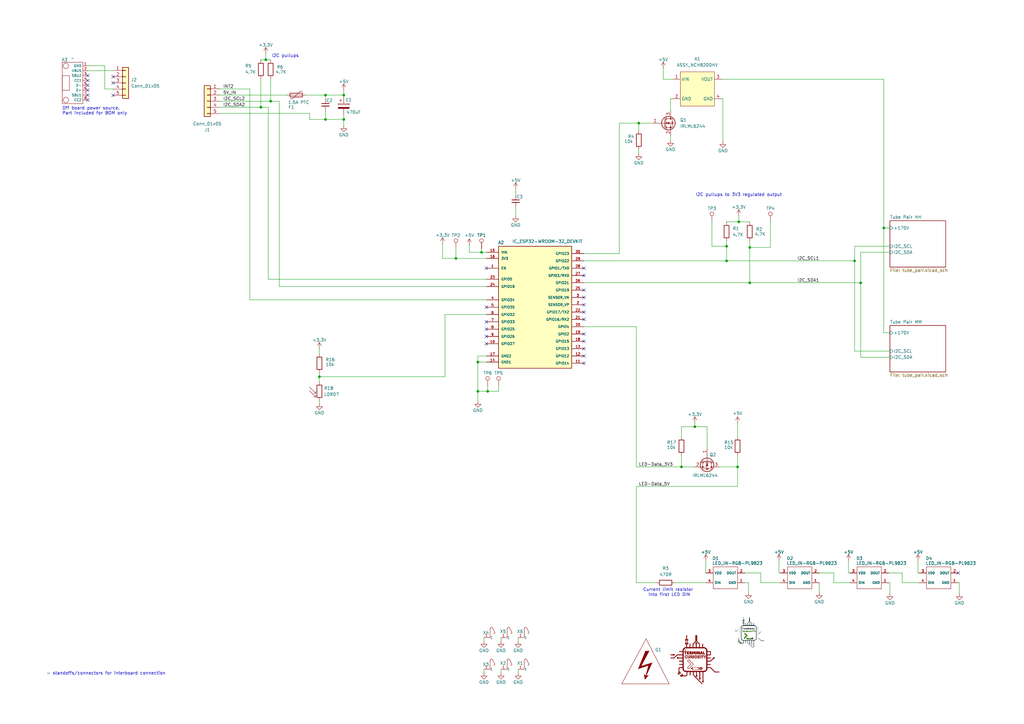
<source format=kicad_sch>
(kicad_sch (version 20250114) (generator "eeschema") (generator_version "9.0")
  (paper "A3")
  (title_block (title "NixieClock") (date "2023-08-22") (rev "01") (company "Terminal Curiosity"))
  (lib_symbols
    (symbol "Connector:TestPoint" (pin_numbers (hide yes)) (pin_names (offset 0.762) (hide yes))
      (property "Reference" "TP" (at 0 6.858 0))
      (property "Value" "TestPoint" (at 0 5.08 0))
      (symbol "TestPoint_1_1"
        (pin passive line (at 0 0 90) (length 2.54) (name "1") (number "1"))
      )
    )
    (symbol "Connector_Generic:Conn_01x05" (pin_names (offset 1.016) (hide yes))
      (property "Reference" "J" (at 0 7.62 0))
      (property "Value" "Conn_01x05" (at 0 -7.62 0))
      (symbol "Conn_01x05_1_1"
        (pin passive line (at -5.08 5.08 0) (length 3.81) (name "Pin_1") (number "1"))
        (pin passive line (at -5.08 2.54 0) (length 3.81) (name "Pin_2") (number "2"))
        (pin passive line (at -5.08 0 0) (length 3.81) (name "Pin_3") (number "3"))
        (pin passive line (at -5.08 -2.54 0) (length 3.81) (name "Pin_4") (number "4"))
        (pin passive line (at -5.08 -5.08 0) (length 3.81) (name "Pin_5") (number "5"))
      )
    )
    (symbol "Device:C_Polarized" (pin_numbers (hide yes)) (pin_names (offset 0.254))
      (property "Reference" "C" (at 0.635 2.54 0))
      (property "Value" "C_Polarized" (at 0.635 -2.54 0))
      (symbol "C_Polarized_1_1"
        (pin passive line (at 0 3.81 270) (length 2.794) (name "~") (number "1"))
        (pin passive line (at 0 -3.81 90) (length 2.794) (name "~") (number "2"))
      )
    )
    (symbol "Device:C_Small" (pin_numbers (hide yes)) (pin_names (offset 0.254) (hide yes))
      (property "Reference" "C" (at 0.254 1.778 0))
      (property "Value" "C_Small" (at 0.254 -2.032 0))
      (symbol "C_Small_1_1"
        (pin passive line (at 0 2.54 270) (length 2.032) (name "~") (number "1"))
        (pin passive line (at 0 -2.54 90) (length 2.032) (name "~") (number "2"))
      )
    )
    (symbol "Device:Polyfuse" (pin_numbers (hide yes)) (pin_names (offset 0))
      (property "Reference" "F" (at -2.54 0 90))
      (property "Value" "Polyfuse" (at 2.54 0 90))
      (symbol "Polyfuse_1_1"
        (pin passive line (at 0 3.81 270) (length 1.27) (name "~") (number "1"))
        (pin passive line (at 0 -3.81 90) (length 1.27) (name "~") (number "2"))
      )
    )
    (symbol "Device:R" (pin_numbers (hide yes)) (pin_names (offset 0))
      (property "Reference" "R" (at 2.032 0 90))
      (property "Value" "R" (at 0 0 90))
      (symbol "R_1_1"
        (pin passive line (at 0 3.81 270) (length 1.27) (name "~") (number "1"))
        (pin passive line (at 0 -3.81 90) (length 1.27) (name "~") (number "2"))
      )
    )
    (symbol "Sensor_Optical:LDR07" (pin_numbers (hide yes)) (pin_names (offset 0))
      (property "Reference" "R" (at -5.08 0 90))
      (property "Value" "LDR07" (at 1.905 0 90))
      (symbol "LDR07_1_1"
        (pin passive line (at 0 3.81 270) (length 1.27) (name "~") (number "1"))
        (pin passive line (at 0 -3.81 90) (length 1.27) (name "~") (number "2"))
      )
    )
    (symbol "TerminalCuriosityLogo:LOGO" (pin_names (offset 1.016)))
    (symbol "TerminalCuriositySymbols:ASSY_NCH8200HV"
      (property "Reference" "A?" (at 0 17.5 0))
      (property "Value" "ASSY_NCH8200HV" (at 0 15.5 0))
      (symbol "ASSY_NCH8200HV_1_1"
        (pin power_in line (at -3 11 0) (length 3) (name "VIN") (number "1"))
        (pin passive line (at -3 3 0) (length 3) (name "GND") (number "2"))
        (pin power_out line (at 17 11 180) (length 3) (name "VOUT") (number "3"))
        (pin passive line (at 17 3 180) (length 3) (name "GND") (number "4"))
      )
    )
    (symbol "TerminalCuriositySymbols:ASSY_USB-C-Breakout"
      (property "Reference" "A?" (at 1 18.5 0))
      (symbol "ASSY_USB-C-Breakout_1_1"
        (pin unspecified line (at -2 15.5 0) (length 2) (name "CC2") (number "8"))
        (pin unspecified line (at -2 13.5 0) (length 2) (name "SBU1") (number "7"))
        (pin unspecified line (at -2 11.5 0) (length 2) (name "D+") (number "6"))
        (pin unspecified line (at -2 9.5 0) (length 2) (name "D-") (number "5"))
        (pin unspecified line (at -2 7.5 0) (length 2) (name "CC1") (number "4"))
        (pin unspecified line (at -2 5.5 0) (length 2) (name "SBU2") (number "3"))
        (pin unspecified line (at -2 3.5 0) (length 2) (name "VBUS") (number "2"))
        (pin unspecified line (at -2 1.5 0) (length 2) (name "GND") (number "1"))
      )
    )
    (symbol "TerminalCuriositySymbols:CONN_Batt-contact-spring-SMD-3.5mmX3.5mm"
      (property "Reference" "X?" (at 1 2.5 0))
      (symbol "CONN_Batt-contact-spring-SMD-3.5mmX3.5mm_1_1"
        (pin unspecified line (at 0 0 0) (length 2.0066) (name "1") (number "1"))
      )
    )
    (symbol "TerminalCuriositySymbols:IC_ESP32-WROOM-32_DEVKIT" (pin_names (offset 1.016))
      (property "Reference" "A2" (at 1 51.5 0))
      (property "Value" "IC_ESP32-WROOM-32_DEVKIT" (at 20 52 0))
      (symbol "IC_ESP32-WROOM-32_DEVKIT_0_0"
        (pin power_out line (at -5 45 0) (length 5) (name "3V3") (number "16"))
      )
      (symbol "IC_ESP32-WROOM-32_DEVKIT_1_0"
        (pin power_in line (at -5 47.5 0) (length 5) (name "VIN") (number "15"))
        (pin input line (at -5 41 0) (length 5) (name "EN") (number "1"))
        (pin bidirectional line (at -5 36.5 0) (length 5) (name "GPIO5") (number "23"))
        (pin bidirectional line (at -5 33.5 0) (length 5) (name "GPIO18") (number "24"))
        (pin bidirectional line (at -5 28 0) (length 5) (name "GPIO34") (number "4"))
        (pin bidirectional line (at -5 25 0) (length 5) (name "GPIO35") (number "5"))
        (pin bidirectional line (at -5 22 0) (length 5) (name "GPIO32") (number "6"))
        (pin bidirectional line (at -5 19 0) (length 5) (name "GPIO33") (number "7"))
        (pin bidirectional line (at -5 16 0) (length 5) (name "GPIO25") (number "8"))
        (pin bidirectional line (at -5 13 0) (length 5) (name "GPIO26") (number "9"))
        (pin bidirectional line (at -5 10 0) (length 5) (name "GPIO27") (number "10"))
        (pin passive line (at -5 5 0) (length 5) (name "GND2") (number "17"))
        (pin passive line (at -5 2.5 0) (length 5) (name "GND1") (number "14"))
        (pin bidirectional line (at 35 47 180) (length 5) (name "GPIO23") (number "30"))
        (pin bidirectional line (at 35 44 180) (length 5) (name "GPIO22") (number "29"))
        (pin bidirectional line (at 35 41 180) (length 5) (name "GPIO1/TX0") (number "28"))
        (pin bidirectional line (at 35 38 180) (length 5) (name "GPIO3/RX0") (number "27"))
        (pin bidirectional line (at 35 35 180) (length 5) (name "GPIO21") (number "26"))
        (pin bidirectional line (at 35 32 180) (length 5) (name "GPIO19") (number "25"))
        (pin input line (at 35 29 180) (length 5) (name "SENSOR_VN") (number "3"))
        (pin input line (at 35 26 180) (length 5) (name "SENSOR_VP") (number "2"))
        (pin bidirectional line (at 35 23 180) (length 5) (name "GPIO17/TX2") (number "22"))
        (pin bidirectional line (at 35 20 180) (length 5) (name "GPIO16/RX2") (number "21"))
        (pin bidirectional line (at 35 17 180) (length 5) (name "GPIO4") (number "20"))
        (pin bidirectional line (at 35 14 180) (length 5) (name "GPIO2") (number "19"))
        (pin bidirectional line (at 35 11 180) (length 5) (name "GPIO15") (number "18"))
        (pin bidirectional line (at 35 8 180) (length 5) (name "GPIO13") (number "13"))
        (pin bidirectional line (at 35 5 180) (length 5) (name "GPIO12") (number "12"))
        (pin bidirectional line (at 35 2 180) (length 5) (name "GPIO14") (number "11"))
      )
    )
    (symbol "TerminalCuriositySymbols:LABEL_HVWarning" (pin_names (offset 1.016)) (in_bom no))
    (symbol "TerminalCuriositySymbols:LED_IN-RGB-PL9823"
      (property "Reference" "D?" (at 1.27 13.97 0))
      (property "Value" "LED_IN-RGB-PL9823" (at 11.43 11.43 0))
      (symbol "LED_IN-RGB-PL9823_1_1"
        (pin power_in line (at -3 6.5 0) (length 3) (name "VDD") (number "3"))
        (pin input line (at -3 2.5 0) (length 3) (name "DIN") (number "4"))
        (pin output line (at 13 6.5 180) (length 3) (name "DOUT") (number "2"))
        (pin passive line (at 13 2.5 180) (length 3) (name "GND") (number "1"))
      )
    )
    (symbol "Transistor_FET:IRLML6244" (pin_names (hide yes))
      (property "Reference" "Q" (at 5.08 1.905 0))
      (property "Value" "IRLML6244" (at 5.08 0 0))
      (symbol "IRLML6244_1_1"
        (pin input line (at -5.08 0 0) (length 2.54) (name "G") (number "1"))
        (pin passive line (at 2.54 5.08 270) (length 2.54) (name "D") (number "3"))
        (pin passive line (at 2.54 -5.08 90) (length 2.54) (name "S") (number "2"))
      )
    )
    (symbol "power:+3.3V" (power) (pin_names (offset 0))
      (property "Value" "+3.3V" (at 0 3.556 0))
      (symbol "+3.3V_1_1"
        (pin power_in line (at 0 0 90) (length 0) (hide yes) (name "+3.3V") (number "1"))
      )
    )
    (symbol "power:+5V" (power) (pin_names (offset 0))
      (property "Value" "+5V" (at 0 3.556 0))
      (symbol "+5V_1_1"
        (pin power_in line (at 0 0 90) (length 0) (hide yes) (name "+5V") (number "1"))
      )
    )
    (symbol "power:GND" (power) (pin_names (offset 0))
      (property "Value" "GND" (at 0 -3.81 0))
      (symbol "GND_1_1"
        (pin power_in line (at 0 0 270) (length 0) (hide yes) (name "GND") (number "1"))
      )
    )
  )
  (text "Current limit resistor \ninto first LED DIN" (at 274.5 243 0) (effects (font (size 1.27 1.27))))
  (text "I2C pullups to 3V3 regulated output" (at 303 80 0) (effects (font (size 1.27 1.27))))
  (text "- standoffs/connectors for interboard connection" (at 19 277 0) (effects (font (size 1.27 1.27)) (justify left bottom)))
  (text "Off board power source.\nPart included for BOM only" (at 25.5 45.5 0) (effects (font (size 1.27 1.27)) (justify left)))
  (text "I2C pullups" (at 117 23 0) (effects (font (size 1.27 1.27))))
  (junction (at 141 49))
  (junction (at 197.5 103.5))
  (junction (at 307.5 101.5))
  (junction (at 196 160.5))
  (junction (at 298 107))
  (junction (at 111 41.5))
  (junction (at 302.5 191.5))
  (junction (at 141 39))
  (junction (at 298 101))
  (junction (at 107 44))
  (junction (at 303 91))
  (junction (at 109 24.5))
  (junction (at 353 116))
  (junction (at 362.5 93.5))
  (junction (at 187 106))
  (junction (at 307.5 116))
  (junction (at 200 160.5))
  (junction (at 279.5 191.5))
  (junction (at 262 50.5))
  (junction (at 196 148.5))
  (junction (at 350.5 107))
  (junction (at 133.5 39))
  (junction (at 133.5 49))
  (junction (at 131 154.5))
  (junction (at 285 175))
  (no_connect (at 199.5 135))
  (no_connect (at 36 35))
  (no_connect (at 239.5 113))
  (no_connect (at 36 39))
  (no_connect (at 239.5 110))
  (no_connect (at 239.5 149))
  (no_connect (at 36 37))
  (no_connect (at 36 31))
  (no_connect (at 199.5 110))
  (no_connect (at 239.5 125))
  (no_connect (at 46.42 31.46))
  (no_connect (at 199.5 141))
  (no_connect (at 239.5 143))
  (no_connect (at 239.5 119))
  (no_connect (at 36 33))
  (no_connect (at 393 235))
  (no_connect (at 199.5 132))
  (no_connect (at 46.42 34))
  (no_connect (at 239.5 137))
  (no_connect (at 239.5 131))
  (no_connect (at 239.5 140))
  (no_connect (at 199.5 126))
  (no_connect (at 36 41))
  (no_connect (at 239.5 146))
  (no_connect (at 239.5 122))
  (no_connect (at 46.42 39.08))
  (no_connect (at 199.5 138))
  (no_connect (at 239.5 128))
  (wire (pts (xy 109 24.5) (xy 111 24.5)))
  (wire (pts (xy 196 148.5) (xy 199.5 148.5)))
  (wire (pts (xy 307.5 101.5) (xy 307.5 116)))
  (wire (pts (xy 211.5 85.04) (xy 211.5 88.5)))
  (wire (pts (xy 376.5 230) (xy 376.5 235)))
  (wire (pts (xy 365 93.5) (xy 362.5 93.5)))
  (wire (pts (xy 127 46.5) (xy 90.08 46.5)))
  (wire (pts (xy 36 27) (xy 43 27)))
  (wire (pts (xy 114.5 117.5) (xy 199.5 117.5)))
  (wire (pts (xy 90.08 36.5) (xy 102.5 36.5)))
  (wire (pts (xy 90.08 46.5) (xy 90.08 46.58)))
  (wire (pts (xy 279.5 175) (xy 279.5 179.19)))
  (wire (pts (xy 275 40.5) (xy 276 40.5)))
  (wire (pts (xy 192.5 103.5) (xy 192.5 100.5)))
  (wire (pts (xy 141 47.31) (xy 141 49)))
  (wire (pts (xy 107 24.5) (xy 107 24.69)))
  (wire (pts (xy 43 27) (xy 43 36.5)))
  (wire (pts (xy 133.5 45.54) (xy 133.5 49)))
  (wire (pts (xy 365 136.5) (xy 362.5 136.5)))
  (wire (pts (xy 302.5 186.81) (xy 302.5 191.5)))
  (wire (pts (xy 254 50.5) (xy 262 50.5)))
  (wire (pts (xy 133.5 39) (xy 141 39)))
  (wire (pts (xy 90.08 39) (xy 117.69 39)))
  (wire (pts (xy 319.5 235) (xy 320 235)))
  (wire (pts (xy 90.08 41.5) (xy 111 41.5)))
  (wire (pts (xy 302.5 173.5) (xy 302.5 179.19)))
  (wire (pts (xy 348 235) (xy 348.5 235)))
  (wire (pts (xy 307.5 91) (xy 307.5 91.19)))
  (wire (pts (xy 316 101.5) (xy 307.5 101.5)))
  (wire (pts (xy 289.5 230) (xy 289.5 235)))
  (wire (pts (xy 133.5 39) (xy 133.5 40.46)))
  (wire (pts (xy 279.5 191.5) (xy 284.92 191.5)))
  (wire (pts (xy 316 91) (xy 316 101.5)))
  (wire (pts (xy 353 103.5) (xy 353 116)))
  (wire (pts (xy 204.5 160.5) (xy 204.5 158.5)))
  (wire (pts (xy 131 152.81) (xy 131 154.5)))
  (wire (pts (xy 198.5 274.5) (xy 198.5 276)))
  (wire (pts (xy 90.08 36.5) (xy 90.08 36.42)))
  (wire (pts (xy 348 230) (xy 348 235)))
  (wire (pts (xy 377 239) (xy 370 239)))
  (wire (pts (xy 110 114.5) (xy 199.5 114.5)))
  (wire (pts (xy 102.5 123) (xy 199.5 123)))
  (wire (pts (xy 365 239) (xy 365 243.5)))
  (wire (pts (xy 303 91) (xy 307.5 91)))
  (wire (pts (xy 205.5 274.5) (xy 205.5 276)))
  (wire (pts (xy 182.5 129) (xy 199.5 129)))
  (wire (pts (xy 275 57.5) (xy 275 55.58)))
  (wire (pts (xy 90.08 39) (xy 90.08 38.96)))
  (wire (pts (xy 141 37) (xy 141 39)))
  (wire (pts (xy 262 50.5) (xy 262 53.69)))
  (wire (pts (xy 212.5 274.5) (xy 212.5 276)))
  (wire (pts (xy 292 91) (xy 292 101)))
  (wire (pts (xy 272 28) (xy 272 32.5)))
  (wire (pts (xy 272 32.5) (xy 276 32.5)))
  (wire (pts (xy 285 173.5) (xy 285 175)))
  (wire (pts (xy 261 199.5) (xy 302.5 199.5)))
  (wire (pts (xy 187 106) (xy 199.5 106)))
  (wire (pts (xy 114.5 41.5) (xy 114.5 117.5)))
  (wire (pts (xy 131 154.5) (xy 131 156.69)))
  (wire (pts (xy 295.08 191.5) (xy 295.08 191.54)))
  (wire (pts (xy 107 32.31) (xy 107 44)))
  (wire (pts (xy 141 49) (xy 133.5 49)))
  (wire (pts (xy 307.5 116) (xy 353 116)))
  (wire (pts (xy 182.5 154.5) (xy 182.5 129)))
  (wire (pts (xy 320 239) (xy 312 239)))
  (wire (pts (xy 312 239) (xy 312 235)))
  (wire (pts (xy 336 239) (xy 336 243)))
  (wire (pts (xy 181.5 106) (xy 181.5 100)))
  (wire (pts (xy 187 102) (xy 187 106)))
  (wire (pts (xy 298 91) (xy 298 91.19)))
  (wire (pts (xy 46.42 36.5) (xy 46.42 36.54)))
  (wire (pts (xy 298 107) (xy 350.5 107)))
  (wire (pts (xy 111 32.31) (xy 111 41.5)))
  (wire (pts (xy 350.5 101) (xy 350.5 107)))
  (wire (pts (xy 276.81 239) (xy 289.5 239)))
  (wire (pts (xy 141 39) (xy 141 39.69)))
  (wire (pts (xy 285 175) (xy 290 175)))
  (wire (pts (xy 285 175) (xy 279.5 175)))
  (wire (pts (xy 365 239) (xy 364.5 239)))
  (wire (pts (xy 296.5 40.5) (xy 296 40.5)))
  (wire (pts (xy 302.5 199.5) (xy 302.5 191.5)))
  (wire (pts (xy 196 146) (xy 196 148.5)))
  (wire (pts (xy 342 239) (xy 342 235)))
  (wire (pts (xy 279.5 186.81) (xy 279.5 191.5)))
  (wire (pts (xy 353 146.5) (xy 353 116)))
  (wire (pts (xy 290 175) (xy 290 183.92)))
  (wire (pts (xy 342 239) (xy 348.5 239)))
  (wire (pts (xy 303 88.5) (xy 303 91)))
  (wire (pts (xy 211.5 77.5) (xy 211.5 79.96)))
  (wire (pts (xy 262 50.5) (xy 267.42 50.5)))
  (wire (pts (xy 275 45.42) (xy 275.04 45.42)))
  (wire (pts (xy 305.5 239) (xy 307 239)))
  (wire (pts (xy 197.5 102) (xy 197.5 103.5)))
  (wire (pts (xy 90.08 44) (xy 90.08 44.04)))
  (wire (pts (xy 131 164.31) (xy 131 165.5)))
  (wire (pts (xy 307.5 98.81) (xy 307.5 101.5)))
  (wire (pts (xy 239.5 134) (xy 261 134)))
  (wire (pts (xy 370 239) (xy 370 235)))
  (wire (pts (xy 353 146.5) (xy 365 146.5)))
  (wire (pts (xy 353 103.5) (xy 365 103.5)))
  (wire (pts (xy 365 101) (xy 350.5 101)))
  (wire (pts (xy 303 91) (xy 298 91)))
  (wire (pts (xy 205.5 261.5) (xy 205.5 263)))
  (wire (pts (xy 212.5 261.5) (xy 212.5 263)))
  (wire (pts (xy 350.5 144) (xy 365 144)))
  (wire (pts (xy 261 199.5) (xy 261 239)))
  (wire (pts (xy 298 101) (xy 298 107)))
  (wire (pts (xy 196 148.5) (xy 196 160.5)))
  (wire (pts (xy 312 235) (xy 305.5 235)))
  (wire (pts (xy 36 29) (xy 41 29)))
  (wire (pts (xy 319.5 230) (xy 319.5 235)))
  (wire (pts (xy 110 44) (xy 107 44)))
  (wire (pts (xy 43 36.5) (xy 46.42 36.5)))
  (wire (pts (xy 298 98.81) (xy 298 101)))
  (wire (pts (xy 376.5 235) (xy 377 235)))
  (wire (pts (xy 342 235) (xy 336 235)))
  (wire (pts (xy 261 134) (xy 261 191.5)))
  (wire (pts (xy 262 61.31) (xy 262 63)))
  (wire (pts (xy 275 55.58) (xy 275.04 55.58)))
  (wire (pts (xy 181.5 106) (xy 187 106)))
  (wire (pts (xy 200 158.5) (xy 200 160.5)))
  (wire (pts (xy 192.5 103.5) (xy 197.5 103.5)))
  (wire (pts (xy 393.5 239) (xy 393 239)))
  (wire (pts (xy 284.92 191.5) (xy 284.92 191.54)))
  (wire (pts (xy 275 40.5) (xy 275 45.42)))
  (wire (pts (xy 141 49) (xy 141 51.5)))
  (wire (pts (xy 254 50.5) (xy 254 104)))
  (wire (pts (xy 197.5 103.5) (xy 199.5 103.5)))
  (wire (pts (xy 127 46.5) (xy 127 49)))
  (wire (pts (xy 296.5 40.5) (xy 296.5 58)))
  (wire (pts (xy 362.5 32.5) (xy 362.5 93.5)))
  (wire (pts (xy 199.5 146) (xy 196 146)))
  (wire (pts (xy 350.5 107) (xy 350.5 144)))
  (wire (pts (xy 125.31 39) (xy 133.5 39)))
  (wire (pts (xy 109 24.5) (xy 107 24.5)))
  (wire (pts (xy 127 49) (xy 133.5 49)))
  (wire (pts (xy 296 32.5) (xy 362.5 32.5)))
  (wire (pts (xy 292 101) (xy 298 101)))
  (wire (pts (xy 110 114.5) (xy 110 44)))
  (wire (pts (xy 261 191.5) (xy 279.5 191.5)))
  (wire (pts (xy 41 29) (xy 41 28.92)))
  (wire (pts (xy 239.5 107) (xy 298 107)))
  (wire (pts (xy 109 22) (xy 109 24.5)))
  (wire (pts (xy 196 160.5) (xy 196 164.5)))
  (wire (pts (xy 111 24.5) (xy 111 24.69)))
  (wire (pts (xy 198.5 261.5) (xy 198.5 263)))
  (wire (pts (xy 295.08 191.5) (xy 302.5 191.5)))
  (wire (pts (xy 131 143) (xy 131 145.19)))
  (wire (pts (xy 239.5 116) (xy 307.5 116)))
  (wire (pts (xy 254 104) (xy 239.5 104)))
  (wire (pts (xy 102.5 123) (xy 102.5 36.5)))
  (wire (pts (xy 41 28.92) (xy 46.42 28.92)))
  (wire (pts (xy 90.08 44) (xy 107 44)))
  (wire (pts (xy 307 239) (xy 307 243)))
  (wire (pts (xy 131 154.5) (xy 182.5 154.5)))
  (wire (pts (xy 196 160.5) (xy 200 160.5)))
  (wire (pts (xy 362.5 93.5) (xy 362.5 136.5)))
  (wire (pts (xy 200 160.5) (xy 204.5 160.5)))
  (wire (pts (xy 370 235) (xy 364.5 235)))
  (wire (pts (xy 261 239) (xy 269.19 239)))
  (wire (pts (xy 393.5 239) (xy 393.5 243.5)))
  (wire (pts (xy 114.5 41.5) (xy 111 41.5)))
  (image (at 307.086 259.588) (scale 0.00926708))
  (label "I2C_SDA2" (at 91.5 44 0))
  (label "5V_IN" (at 91.5 39 0))
  (label "I2C_SCL2" (at 91.5 41.5 0))
  (label "LED-Data_3V3" (at 262 191.5 0))
  (label "LED-Data_5V" (at 262 199.5 0))
  (label "I2C_SDA1" (at 327 116 0))
  (label "I2C_SCL1" (at 327 107 0))
  (label "INT2" (at 91.5 36.5 0))
  (symbol (lib_id "Device:C_Small") (at 211.5 82.5 0) (unit 1)
    (property "Reference" "C3" (at 211.754 80.722 0) (effects (justify left)))
    (property "Value" "100nF" (effects (hide yes)))
    (property "Footprint" "Capacitor_SMD:C_0603_1608Metric_Pad1.08x0.95mm_HandSolder" (effects (hide yes)))
    (property "Supplier" "Digikey" (effects (hide yes)))
    (property "Manufacturer P/N" "CL21B104KCFNNNE" (effects (hide yes)))
    (property "Manufacturer" "Samsung" (effects (hide yes)))
  )
  (symbol (lib_id "power:+3.3V") (at 303 88.5 0) (unit 1)
    (property "Reference" "#PWR011" (effects (hide yes)))
    (property "Value" "+3.3V" (at 303 84.944 0))
  )
  (symbol (lib_id "Connector:TestPoint") (at 197.5 102 0) (unit 1)
    (property "Reference" "TP1" (at 197.5 96.5 0))
    (property "Value" "TestPoint" (effects (hide yes)))
    (property "Footprint" "TestPoint:TestPoint_Pad_2.0x2.0mm" (effects (hide yes)))
    (property "Manufacturer" "KOA Speer" (effects (hide yes)))
    (property "Manufacturer P/N" "RCUCTE" (effects (hide yes)))
    (property "Supplier" "Digikey" (effects (hide yes)))
  )
  (symbol (lib_id "Connector:TestPoint") (at 292 91 0) (unit 1)
    (property "Reference" "TP3" (at 292 85.5 0))
    (property "Value" "TestPoint" (effects (hide yes)))
    (property "Footprint" "TestPoint:TestPoint_Pad_2.0x2.0mm" (effects (hide yes)))
    (property "Manufacturer" "KOA Speer" (effects (hide yes)))
    (property "Manufacturer P/N" "RCUCTE" (effects (hide yes)))
    (property "Supplier" "Digikey" (effects (hide yes)))
  )
  (symbol (lib_id "TerminalCuriositySymbols:LED_IN-RGB-PL9823") (at 292.5 241.5 0) (unit 1)
    (property "Reference" "D1" (at 293.5 229 0))
    (property "Value" "LED_IN-RGB-PL9823" (at 302.5 231 0))
    (property "Footprint" "LED_THT:LED_D5.0mm-4_RGB" (effects (hide yes)))
    (property "Description" "RGB LED Serial" (effects (hide yes)))
    (property "Supplier" "Terminal Curiosity" (effects (hide yes)))
  )
  (symbol (lib_id "power:GND") (at 336 243 0) (unit 1)
    (property "Reference" "#PWR012" (effects (hide yes)))
    (property "Value" "GND" (at 336 246.81 0))
  )
  (symbol (lib_id "power:+5V") (at 211.5 77.5 0) (unit 1)
    (property "Reference" "#PWR0102" (effects (hide yes)))
    (property "Value" "+5V" (at 211.5 73.944 0))
  )
  (symbol (lib_id "Connector:TestPoint") (at 200 158.5 0) (unit 1)
    (property "Reference" "TP6" (at 200 153 0))
    (property "Value" "TestPoint" (effects (hide yes)))
    (property "Footprint" "TestPoint:TestPoint_Pad_2.0x2.0mm" (effects (hide yes)))
    (property "Manufacturer" "KOA Speer" (effects (hide yes)))
    (property "Manufacturer P/N" "RCUCTE" (effects (hide yes)))
    (property "Supplier" "Digikey" (effects (hide yes)))
  )
  (symbol (lib_id "power:GND") (at 365 243.5 0) (unit 1)
    (property "Reference" "#PWR013" (effects (hide yes)))
    (property "Value" "GND" (at 365 247.31 0))
  )
  (symbol (lib_id "Device:C_Small") (at 133.5 43 0) (unit 1)
    (property "Reference" "C2" (at 133.754 41.222 0) (effects (justify left)))
    (property "Value" "100nF" (effects (hide yes)))
    (property "Footprint" "Capacitor_SMD:C_0603_1608Metric_Pad1.08x0.95mm_HandSolder" (effects (hide yes)))
    (property "Supplier" "Digikey" (effects (hide yes)))
    (property "Manufacturer P/N" "CL21B104KCFNNNE" (effects (hide yes)))
    (property "Manufacturer" "Samsung" (effects (hide yes)))
  )
  (symbol (lib_id "power:GND") (at 205.5 276 0) (unit 1)
    (property "Reference" "#PWR024" (effects (hide yes)))
    (property "Value" "GND" (at 205.5 279.81 0))
  )
  (symbol (lib_id "Device:R") (at 307.5 95 0) (unit 1)
    (property "Reference" "R2" (at 310 94 0) (effects (justify left)))
    (property "Value" "4.7K" (at 309.5 96 0) (effects (justify left)))
    (property "Footprint" "Resistor_SMD:R_0805_2012Metric_Pad1.20x1.40mm_HandSolder" (effects (hide yes)))
    (property "Description" "Resistor" (effects (hide yes)))
    (property "Supplier" "Digikey" (effects (hide yes)))
    (property "Supplier P/N" "541-4131" (effects (hide yes)))
  )
  (symbol (lib_id "Sensor_Optical:LDR07") (at 131 160.5 0) (unit 1)
    (property "Reference" "R18" (at 132.9 159.2299 0) (effects (justify left)))
    (property "Value" "LDR07" (at 132.9 161.7699 0) (effects (justify left)))
    (property "Footprint" "OptoDevice:R_LDR_5.1x4.3mm_P3.4mm_Vertical" (effects (hide yes)))
    (property "Datasheet" "http://www.tme.eu/de/Document/f2e3ad76a925811312d226c31da4cd7e/LDR07.pdf" (effects (hide yes)))
    (property "Description" "light dependent resistor" (effects (hide yes)))
  )
  (symbol (lib_id "power:+5V") (at 192.5 100.5 0) (unit 1)
    (property "Reference" "#PWR04" (effects (hide yes)))
    (property "Value" "+5V" (at 192.5 96.5 0))
  )
  (symbol (lib_id "power:GND") (at 141 51.5 0) (unit 1)
    (property "Reference" "#PWR02" (effects (hide yes)))
    (property "Value" "GND" (at 141 55.31 0))
  )
  (symbol (lib_id "power:GND") (at 275 57.5 0) (unit 1)
    (property "Reference" "#PWR019" (effects (hide yes)))
    (property "Value" "GND" (at 275 61.31 0))
  )
  (symbol (lib_id "Device:R") (at 302.5 183 0) (unit 1)
    (property "Reference" "R15" (at 297 181.5 0) (effects (justify left)))
    (property "Value" "10k" (at 297 183.5 0) (effects (justify left)))
    (property "Footprint" "Resistor_SMD:R_0805_2012Metric_Pad1.20x1.40mm_HandSolder" (effects (hide yes)))
    (property "Description" "Resistor" (effects (hide yes)))
    (property "Supplier" "Digikey" (effects (hide yes)))
    (property "Supplier P/N" "541-4131" (effects (hide yes)))
  )
  (symbol (lib_id "TerminalCuriositySymbols:CONN_Batt-contact-spring-SMD-3.5mmX3.5mm") (at 198.5 274.5 0) (unit 1)
    (property "Reference" "X3" (at 198 272.5 0) (effects (justify left)))
    (property "Value" "5230" (effects (hide yes)))
    (property "Footprint" "TerminalCuriosityFootprints:CONN-Batt-Spring-SMD-3.5mmX3.5mm" (effects (hide yes)))
    (property "Description" "BATT CONTACT SOLID MULTIPLE SMD" (effects (hide yes)))
    (property "Manufacturer" "Keystone Electronics" (effects (hide yes)))
    (property "Manufacturer P/N" "122TR" (effects (hide yes)))
    (property "Supplier" "Digikey" (effects (hide yes)))
  )
  (symbol (lib_id "power:GND") (at 307 243 0) (unit 1)
    (property "Reference" "#PWR010" (effects (hide yes)))
    (property "Value" "GND" (at 307 246.81 0))
  )
  (symbol (lib_id "power:+3.3V") (at 285 173.5 0) (unit 1)
    (property "Reference" "#PWR022" (effects (hide yes)))
    (property "Value" "+3.3V" (at 285 169.944 0))
  )
  (symbol (lib_id "Device:C_Polarized") (at 141 43.5 0) (unit 1)
    (property "Reference" "C1" (at 141.635 40.96 0) (effects (justify left)))
    (property "Value" "470uF" (at 142 46 0) (effects (justify left)))
    (property "Footprint" "Capacitor_SMD:CP_Elec_8x10" (effects (hide yes)))
    (property "Manufacturer" "Nichicon" (effects (hide yes)))
    (property "Manufacturer P/N" "UWT1C471MNL1GS" (effects (hide yes)))
    (property "Supplier" "Digikey" (effects (hide yes)))
  )
  (symbol (lib_id "TerminalCuriositySymbols:ASSY_NCH8200HV") (at 279 43.5 0) (unit 1)
    (property "Reference" "A1" (at 286 24.13 0))
    (property "Value" "ASSY_NCH8200HV" (at 286 26.67 0))
    (property "Footprint" "TerminalCuriosityFootprints:NCH8200HV" (effects (hide yes)))
    (property "Description" "NCH8200HV HV power supply 2.5-15VDC to 170V" (effects (hide yes)))
  )
  (symbol (lib_id "TerminalCuriositySymbols:LED_IN-RGB-PL9823") (at 351.5 241.5 0) (unit 1)
    (property "Reference" "D3" (at 352.5 229 0))
    (property "Value" "LED_IN-RGB-PL9823" (at 361.5 231 0))
    (property "Footprint" "LED_THT:LED_D5.0mm-4_RGB" (effects (hide yes)))
    (property "Description" "RGB LED Serial" (effects (hide yes)))
  )
  (symbol (lib_id "TerminalCuriositySymbols:LABEL_HVWarning") (at 265 280.5 0) (unit 1) (in_bom no)
    (property "Reference" "G1" (at 270 266.5 0))
    (property "Value" "LABEL_HVWarning" (effects (hide yes)))
    (property "Footprint" "TerminalCuriosityFootprints:LABEL_HVWarning" (effects (hide yes)))
    (property "Description" "HV Warning Label" (effects (hide yes)))
  )
  (symbol (lib_id "Transistor_FET:IRLML6244") (at 290 189 270) (unit 1)
    (property "Reference" "Q2" (at 291 186.5 90) (effects (justify left)))
    (property "Value" "IRLML6244" (at 284 195 90) (effects (justify left)))
    (property "Footprint" "Package_TO_SOT_SMD:SOT-23" (effects (hide yes)))
    (property "Datasheet" "https://www.infineon.com/dgdl/Infineon-IRLML6244-DataSheet-v01_01-EN.pdf?fileId=5546d462533600a4015356686fed261f" (effects (hide yes)))
    (property "Description" "6.3A Id, 20V Vds, 21mOhm Rds, N-Channel StrongIRFET Power MOSFET, SOT-23" (effects (hide yes)))
    (property "Supplier" "Digikey" (effects (hide yes)))
    (property "Manufacturer P/N" "IRLML6344TRPBF" (effects (hide yes)))
    (property "Manufacturer" "Infineon" (effects (hide yes)))
  )
  (symbol (lib_id "power:GND") (at 131 165.5 0) (unit 1)
    (property "Reference" "#PWR029" (effects (hide yes)))
    (property "Value" "GND" (at 131 169.31 0))
  )
  (symbol (lib_id "Device:R") (at 107 28.5 0) (unit 1)
    (property "Reference" "R5" (at 100.5 27 0) (effects (justify left)))
    (property "Value" "4.7K" (at 100.5 29.54 0) (effects (justify left)))
    (property "Footprint" "Resistor_SMD:R_0805_2012Metric_Pad1.20x1.40mm_HandSolder" (effects (hide yes)))
    (property "Description" "Resistor" (effects (hide yes)))
    (property "Supplier" "Digikey" (effects (hide yes)))
    (property "Supplier P/N" "541-4131" (effects (hide yes)))
  )
  (symbol (lib_id "Connector_Generic:Conn_01x05") (at 51.5 34 0) (unit 1) (on_board no)
    (property "Reference" "J2" (at 53.73 32.7299 0) (effects (justify left)))
    (property "Value" "Conn_01x05" (at 53.73 35.2699 0) (effects (justify left)))
    (property "Footprint" "Connector_JST:JST_XH_B5B-XH-A_1x05_P2.50mm_Vertical" (effects (hide yes)))
    (property "Description" "Generic connector, single row, 01x05, script generated (kicad-library-utils/schlib/autogen/connector/)" (effects (hide yes)))
  )
  (symbol (lib_id "power:+5V") (at 348 230 0) (unit 1)
    (property "Reference" "#PWR016" (effects (hide yes)))
    (property "Value" "+5V" (at 348 226.444 0))
  )
  (symbol (lib_id "TerminalCuriositySymbols:CONN_Batt-contact-spring-SMD-3.5mmX3.5mm") (at 212.5 261.5 0) (unit 1)
    (property "Reference" "X6" (at 212 259 0) (effects (justify left)))
    (property "Value" "5230" (effects (hide yes)))
    (property "Footprint" "TerminalCuriosityFootprints:CONN-Batt-Spring-SMD-3.5mmX3.5mm" (effects (hide yes)))
    (property "Description" "BATT CONTACT SOLID MULTIPLE SMD" (effects (hide yes)))
    (property "Manufacturer" "Keystone Electronics" (effects (hide yes)))
    (property "Manufacturer P/N" "122TR" (effects (hide yes)))
    (property "Supplier" "Digikey" (effects (hide yes)))
  )
  (symbol (lib_id "power:GND") (at 198.5 276 0) (unit 1)
    (property "Reference" "#PWR025" (effects (hide yes)))
    (property "Value" "GND" (at 198.5 279.81 0))
  )
  (symbol (lib_id "power:+3.3V") (at 131 143 0) (unit 1)
    (property "Reference" "#PWR06" (effects (hide yes)))
    (property "Value" "+3.3V" (at 131 139.444 0))
  )
  (symbol (lib_id "power:GND") (at 212.5 263 0) (unit 1)
    (property "Reference" "#PWR028" (effects (hide yes)))
    (property "Value" "GND" (at 212.5 266.81 0))
  )
  (symbol (lib_id "power:+5V") (at 302.5 173.5 0) (unit 1)
    (property "Reference" "#PWR021" (effects (hide yes)))
    (property "Value" "+5V" (at 302.5 169.5 0))
  )
  (symbol (lib_id "power:GND") (at 296.5 58 0) (unit 1)
    (property "Reference" "#PWR09" (effects (hide yes)))
    (property "Value" "GND" (at 296.5 61.81 0))
  )
  (symbol (lib_id "power:GND") (at 212.5 276 0) (unit 1)
    (property "Reference" "#PWR023" (effects (hide yes)))
    (property "Value" "GND" (at 212.5 279.81 0))
  )
  (symbol (lib_id "power:GND") (at 211.5 88.5 0) (unit 1)
    (property "Reference" "#PWR0101" (effects (hide yes)))
    (property "Value" "GND" (at 211.5 92.31 0))
  )
  (symbol (lib_id "TerminalCuriositySymbols:CONN_Batt-contact-spring-SMD-3.5mmX3.5mm") (at 198.5 261.5 0) (unit 1)
    (property "Reference" "X4" (at 198 259.5 0) (effects (justify left)))
    (property "Value" "5230" (effects (hide yes)))
    (property "Footprint" "TerminalCuriosityFootprints:CONN-Batt-Spring-SMD-3.5mmX3.5mm" (effects (hide yes)))
    (property "Description" "BATT CONTACT SOLID MULTIPLE SMD" (effects (hide yes)))
    (property "Manufacturer" "Keystone Electronics" (effects (hide yes)))
    (property "Manufacturer P/N" "122TR" (effects (hide yes)))
    (property "Supplier" "Digikey" (effects (hide yes)))
  )
  (symbol (lib_id "TerminalCuriositySymbols:ASSY_USB-C-Breakout") (at 34 25.5 180) (unit 1) (on_board no)
    (property "Reference" "A3" (at 26.5 24.5 0))
    (property "Value" "~" (at 29.75 23.94 0))
  )
  (symbol (lib_id "Device:R") (at 279.5 183 0) (unit 1)
    (property "Reference" "R17" (at 273.5 181.5 0) (effects (justify left)))
    (property "Value" "10k" (at 273.5 183.5 0) (effects (justify left)))
    (property "Footprint" "Resistor_SMD:R_0805_2012Metric_Pad1.20x1.40mm_HandSolder" (effects (hide yes)))
    (property "Description" "Resistor" (effects (hide yes)))
    (property "Supplier" "Digikey" (effects (hide yes)))
    (property "Supplier P/N" "541-4131" (effects (hide yes)))
  )
  (symbol (lib_id "power:+5V") (at 319.5 230 0) (unit 1)
    (property "Reference" "#PWR015" (effects (hide yes)))
    (property "Value" "+5V" (at 319.5 226.444 0))
  )
  (symbol (lib_id "Device:Polyfuse") (at 121.5 39 90) (unit 1)
    (property "Reference" "F1" (at 119.5 44 90))
    (property "Value" "1.5A PTC" (at 122.5 42 90))
    (property "Footprint" "Resistor_SMD:R_1206_3216Metric_Pad1.30x1.75mm_HandSolder" (effects (hide yes)))
    (property "Description" "Resettable fuse, polymeric positive temperature coefficient" (effects (hide yes)))
    (property "Manufacturer" "Littelfuse" (effects (hide yes)))
    (property "Manufacturer P/N" "NANOSMDC150F-2" (effects (hide yes)))
    (property "Supplier" "Digikey" (effects (hide yes)))
  )
  (symbol (lib_id "TerminalCuriositySymbols:IC_ESP32-WROOM-32_DEVKIT") (at 204.5 151 0) (unit 1)
    (property "Reference" "A2" (at 205.5 99.5 0))
    (property "Value" "IC_ESP32-WROOM-32_DEVKIT" (at 224.5 99 0))
    (property "Footprint" "TerminalCuriosityFootprints:MODULE_ESP32-DEVKITC-32D" (effects (hide yes)))
    (property "Description" "ESP32-WROOM-32 DEVKIT 30pin version" (effects (hide yes)))
    (property "SNAPEDA_PN" "IC_ESP32-DEVKITC-32D" (effects (hide yes)))
    (property "Manufacturer" "Espressif Systems" (effects (hide yes)))
    (property "Supplier" "Terminal Curiosity" (effects (hide yes)))
    (property "Manufacturer P/N" "ESP32-WROOM-32_DEVKIT" (effects (hide yes)))
  )
  (symbol (lib_id "TerminalCuriosityLogo:LOGO") (at 285 270.5 0) (unit 1) (in_bom no)
    (property "Reference" "G2" (effects (hide yes)))
    (property "Value" "LOGO" (effects (hide yes)))
    (property "Footprint" "TerminalCuriosityFootprints:LABEL_TerminalCuriosity_25.0x25.0mm" (effects (hide yes)))
  )
  (symbol (lib_id "power:GND") (at 262 63 0) (unit 1)
    (property "Reference" "#PWR08" (effects (hide yes)))
    (property "Value" "GND" (at 262 66.81 0))
  )
  (symbol (lib_id "power:+3.3V") (at 181.5 100 0) (unit 1)
    (property "Reference" "#PWR03" (effects (hide yes)))
    (property "Value" "+3.3V" (at 181.5 96.444 0))
  )
  (symbol (lib_id "Device:R") (at 111 28.5 0) (unit 1)
    (property "Reference" "R6" (at 113.5 27.5 0) (effects (justify left)))
    (property "Value" "4.7K" (at 113 29.5 0) (effects (justify left)))
    (property "Footprint" "Resistor_SMD:R_0805_2012Metric_Pad1.20x1.40mm_HandSolder" (effects (hide yes)))
    (property "Description" "Resistor" (effects (hide yes)))
    (property "Supplier" "Digikey" (effects (hide yes)))
    (property "Supplier P/N" "541-4131" (effects (hide yes)))
  )
  (symbol (lib_id "power:+5V") (at 376.5 230 0) (unit 1)
    (property "Reference" "#PWR017" (effects (hide yes)))
    (property "Value" "+5V" (at 376.5 226.444 0))
  )
  (symbol (lib_id "Transistor_FET:IRLML6244") (at 272.5 50.5 0) (unit 1)
    (property "Reference" "Q1" (at 278.9 49.2299 0) (effects (justify left)))
    (property "Value" "IRLML6244" (at 278.9 51.7699 0) (effects (justify left)))
    (property "Footprint" "Package_TO_SOT_SMD:SOT-23" (effects (hide yes)))
    (property "Datasheet" "https://www.infineon.com/dgdl/Infineon-IRLML6244-DataSheet-v01_01-EN.pdf?fileId=5546d462533600a4015356686fed261f" (effects (hide yes)))
    (property "Description" "6.3A Id, 20V Vds, 21mOhm Rds, N-Channel StrongIRFET Power MOSFET, SOT-23" (effects (hide yes)))
    (property "Supplier" "Digikey" (effects (hide yes)))
    (property "Supplier P/N" "IRLML6344TRPBFCT-ND" (effects (hide yes)))
    (property "Manufacturer" "Infineon" (effects (hide yes)))
  )
  (symbol (lib_id "power:GND") (at 205.5 263 0) (unit 1)
    (property "Reference" "#PWR027" (effects (hide yes)))
    (property "Value" "GND" (at 205.5 266.81 0))
  )
  (symbol (lib_id "TerminalCuriositySymbols:CONN_Batt-contact-spring-SMD-3.5mmX3.5mm") (at 212.5 274.5 0) (unit 1)
    (property "Reference" "X1" (at 212 272 0) (effects (justify left)))
    (property "Value" "5230" (effects (hide yes)))
    (property "Footprint" "TerminalCuriosityFootprints:CONN-Batt-Spring-SMD-3.5mmX3.5mm" (effects (hide yes)))
    (property "Description" "BATT CONTACT SOLID MULTIPLE SMD" (effects (hide yes)))
    (property "Manufacturer" "Keystone Electronics" (effects (hide yes)))
    (property "Manufacturer P/N" "122TR" (effects (hide yes)))
    (property "Supplier" "Digikey" (effects (hide yes)))
  )
  (symbol (lib_id "power:GND") (at 198.5 263 0) (unit 1)
    (property "Reference" "#PWR026" (effects (hide yes)))
    (property "Value" "GND" (at 198.5 266.81 0))
  )
  (symbol (lib_id "power:+3.3V") (at 109 22 0) (unit 1)
    (property "Reference" "#PWR020" (effects (hide yes)))
    (property "Value" "+3.3V" (at 109 18.444 0))
  )
  (symbol (lib_id "power:GND") (at 393.5 243.5 0) (unit 1)
    (property "Reference" "#PWR018" (effects (hide yes)))
    (property "Value" "GND" (at 393.5 247.31 0))
  )
  (symbol (lib_id "Device:R") (at 298 95 0) (unit 1)
    (property "Reference" "R1" (at 300.46 93.7299 0) (effects (justify left)))
    (property "Value" "4.7K" (at 300.46 96.2699 0) (effects (justify left)))
    (property "Footprint" "Resistor_SMD:R_0805_2012Metric_Pad1.20x1.40mm_HandSolder" (effects (hide yes)))
    (property "Description" "Resistor" (effects (hide yes)))
    (property "Supplier" "Digikey" (effects (hide yes)))
    (property "Supplier P/N" "541-4131" (effects (hide yes)))
  )
  (symbol (lib_id "Connector:TestPoint") (at 187 102 0) (unit 1)
    (property "Reference" "TP2" (at 187 96.5 0))
    (property "Value" "TestPoint" (effects (hide yes)))
    (property "Footprint" "TestPoint:TestPoint_Pad_2.0x2.0mm" (effects (hide yes)))
    (property "Manufacturer" "KOA Speer" (effects (hide yes)))
    (property "Manufacturer P/N" "RCUCTE" (effects (hide yes)))
    (property "Supplier" "Digikey" (effects (hide yes)))
  )
  (symbol (lib_id "power:GND") (at 196 164.5 0) (unit 1)
    (property "Reference" "#PWR07" (effects (hide yes)))
    (property "Value" "GND" (at 196 168.31 0))
  )
  (symbol (lib_id "TerminalCuriositySymbols:LED_IN-RGB-PL9823") (at 323 241.5 0) (unit 1)
    (property "Reference" "D2" (at 324 229 0))
    (property "Value" "LED_IN-RGB-PL9823" (at 333 231 0))
    (property "Footprint" "LED_THT:LED_D5.0mm-4_RGB" (effects (hide yes)))
    (property "Description" "RGB LED Serial" (effects (hide yes)))
  )
  (symbol (lib_id "Device:R") (at 262 57.5 0) (unit 1)
    (property "Reference" "R4" (at 257.5 56 0) (effects (justify left)))
    (property "Value" "10k" (at 256 58 0) (effects (justify left)))
    (property "Footprint" "Resistor_SMD:R_0805_2012Metric_Pad1.20x1.40mm_HandSolder" (effects (hide yes)))
    (property "Description" "Resistor" (effects (hide yes)))
    (property "Supplier" "Digikey" (effects (hide yes)))
    (property "Supplier P/N" "541-4131" (effects (hide yes)))
  )
  (symbol (lib_id "Device:R") (at 131 149 0) (unit 1)
    (property "Reference" "R16" (at 133.5 147.5 0) (effects (justify left)))
    (property "Value" "10k" (at 133.5 149.5 0) (effects (justify left)))
    (property "Footprint" "Resistor_SMD:R_0805_2012Metric_Pad1.20x1.40mm_HandSolder" (effects (hide yes)))
    (property "Description" "Resistor" (effects (hide yes)))
    (property "Supplier" "Digikey" (effects (hide yes)))
    (property "Supplier P/N" "541-4131" (effects (hide yes)))
  )
  (symbol (lib_id "Connector:TestPoint") (at 204.5 158.5 0) (unit 1)
    (property "Reference" "TP5" (at 204.5 153 0))
    (property "Value" "TestPoint" (effects (hide yes)))
    (property "Footprint" "TestPoint:TestPoint_Pad_2.0x2.0mm" (effects (hide yes)))
    (property "Manufacturer" "KOA Speer" (effects (hide yes)))
    (property "Manufacturer P/N" "RCUCTE" (effects (hide yes)))
    (property "Supplier" "Digikey" (effects (hide yes)))
  )
  (symbol (lib_id "Device:R") (at 273 239 90) (unit 1)
    (property "Reference" "R3" (at 273 233.11 90))
    (property "Value" "470R" (at 273 235.65 90))
    (property "Footprint" "Resistor_SMD:R_0805_2012Metric_Pad1.20x1.40mm_HandSolder" (effects (hide yes)))
    (property "Description" "Resistor" (effects (hide yes)))
    (property "Manufacturer" "Yageo" (effects (hide yes)))
    (property "Manufacturer P/N" "RC0805FR-07470RL" (effects (hide yes)))
    (property "Supplier" "Digikey" (effects (hide yes)))
  )
  (symbol (lib_id "power:+5V") (at 289.5 230 0) (unit 1)
    (property "Reference" "#PWR014" (effects (hide yes)))
    (property "Value" "+5V" (at 289.5 226.444 0))
  )
  (symbol (lib_id "TerminalCuriositySymbols:CONN_Batt-contact-spring-SMD-3.5mmX3.5mm") (at 205.5 261.5 0) (unit 1)
    (property "Reference" "X5" (at 205 259 0) (effects (justify left)))
    (property "Value" "5230" (effects (hide yes)))
    (property "Footprint" "TerminalCuriosityFootprints:CONN-Batt-Spring-SMD-3.5mmX3.5mm" (effects (hide yes)))
    (property "Description" "BATT CONTACT SOLID MULTIPLE SMD" (effects (hide yes)))
    (property "Manufacturer" "Keystone Electronics" (effects (hide yes)))
    (property "Manufacturer P/N" "122TR" (effects (hide yes)))
    (property "Supplier" "Digikey" (effects (hide yes)))
  )
  (symbol (lib_id "TerminalCuriositySymbols:LED_IN-RGB-PL9823") (at 380 241.5 0) (unit 1)
    (property "Reference" "D4" (at 381 229 0))
    (property "Value" "LED_IN-RGB-PL9823" (at 390 231 0))
    (property "Footprint" "LED_THT:LED_D5.0mm-4_RGB" (effects (hide yes)))
    (property "Description" "RGB LED Serial" (effects (hide yes)))
  )
  (symbol (lib_id "power:+5V") (at 272 28 0) (unit 1)
    (property "Reference" "#PWR05" (effects (hide yes)))
    (property "Value" "+5V" (at 272 24.444 0))
  )
  (symbol (lib_id "TerminalCuriositySymbols:CONN_Batt-contact-spring-SMD-3.5mmX3.5mm") (at 205.5 274.5 0) (unit 1)
    (property "Reference" "X2" (at 205 272 0) (effects (justify left)))
    (property "Value" "5230" (effects (hide yes)))
    (property "Footprint" "TerminalCuriosityFootprints:CONN-Batt-Spring-SMD-3.5mmX3.5mm" (effects (hide yes)))
    (property "Description" "BATT CONTACT SOLID MULTIPLE SMD" (effects (hide yes)))
    (property "Manufacturer" "Keystone Electronics" (effects (hide yes)))
    (property "Manufacturer P/N" "122TR" (effects (hide yes)))
    (property "Supplier" "Digikey" (effects (hide yes)))
  )
  (symbol (lib_id "power:+5V") (at 141 37 0) (unit 1)
    (property "Reference" "#PWR01" (effects (hide yes)))
    (property "Value" "+5V" (at 141 33.444 0))
  )
  (symbol (lib_id "Connector_Generic:Conn_01x05") (at 85 41.5 0) (mirror y) (unit 1)
    (property "Reference" "J1" (at 85 53.28 0))
    (property "Value" "Conn_01x05" (at 85 50.74 0))
    (property "Footprint" "Connector_JST:JST_XH_B5B-XH-A_1x05_P2.50mm_Vertical" (effects (hide yes)))
    (property "Description" "Generic connector, single row, 01x05, script generated (kicad-library-utils/schlib/autogen/connector/)" (effects (hide yes)))
  )
  (symbol (lib_id "Connector:TestPoint") (at 316 91 0) (unit 1)
    (property "Reference" "TP4" (at 316 85.5 0))
    (property "Value" "TestPoint" (effects (hide yes)))
    (property "Footprint" "TestPoint:TestPoint_Pad_2.0x2.0mm" (effects (hide yes)))
    (property "Manufacturer" "KOA Speer" (effects (hide yes)))
    (property "Manufacturer P/N" "RCUCTE" (effects (hide yes)))
    (property "Supplier" "Digikey" (effects (hide yes)))
  )
  (sheet (at 365 90.5) (size 22.86 19.05) (stroke (width 0.1524))
    (property "Sheetname" "Tube Pair HH" (at 365 89.7884 0) (effects (justify left bottom)))
    (property "Sheetfile" "tube_pair.kicad_sch" (at 365 110.1346 0) (effects (justify left top)))
    (pin "I2C_SCL" input (at 365 101 180))
    (pin "I2C_SDA" input (at 365 103.5 180))
    (pin "+170V" input (at 365 93.5 180))
  )
  (sheet (at 365 133.5) (size 22.86 19.05) (stroke (width 0.1524))
    (property "Sheetname" "Tube Pair MM" (at 365 132.7884 0) (effects (justify left bottom)))
    (property "Sheetfile" "tube_pair.kicad_sch" (at 365 153.1346 0) (effects (justify left top)))
    (pin "I2C_SCL" input (at 365 144 180))
    (pin "I2C_SDA" input (at 365 146.5 180))
    (pin "+170V" input (at 365 136.5 180))
  )
)
</source>
